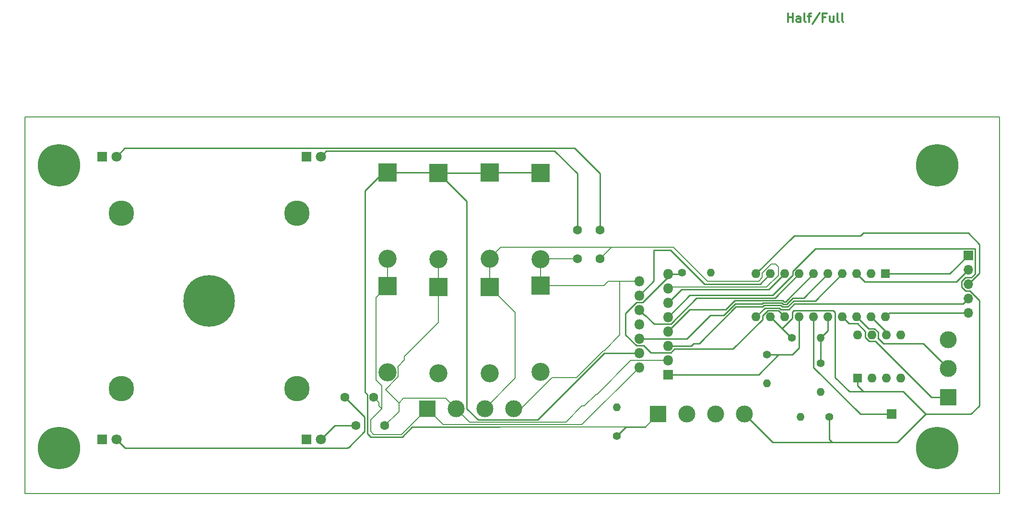
<source format=gtl>
G04 #@! TF.GenerationSoftware,KiCad,Pcbnew,(6.0.11)*
G04 #@! TF.CreationDate,2023-02-08T16:01:18+00:00*
G04 #@! TF.ProjectId,StepperDemoPCB,53746570-7065-4724-9465-6d6f5043422e,rev?*
G04 #@! TF.SameCoordinates,Original*
G04 #@! TF.FileFunction,Copper,L1,Top*
G04 #@! TF.FilePolarity,Positive*
%FSLAX46Y46*%
G04 Gerber Fmt 4.6, Leading zero omitted, Abs format (unit mm)*
G04 Created by KiCad (PCBNEW (6.0.11)) date 2023-02-08 16:01:18*
%MOMM*%
%LPD*%
G01*
G04 APERTURE LIST*
G04 #@! TA.AperFunction,NonConductor*
%ADD10C,0.200000*%
G04 #@! TD*
%ADD11C,0.300000*%
G04 #@! TA.AperFunction,NonConductor*
%ADD12C,0.300000*%
G04 #@! TD*
G04 #@! TA.AperFunction,ComponentPad*
%ADD13C,7.500000*%
G04 #@! TD*
G04 #@! TA.AperFunction,ComponentPad*
%ADD14C,9.100000*%
G04 #@! TD*
G04 #@! TA.AperFunction,ComponentPad*
%ADD15C,4.500000*%
G04 #@! TD*
G04 #@! TA.AperFunction,ComponentPad*
%ADD16C,1.600000*%
G04 #@! TD*
G04 #@! TA.AperFunction,ComponentPad*
%ADD17C,1.400000*%
G04 #@! TD*
G04 #@! TA.AperFunction,ComponentPad*
%ADD18O,1.400000X1.400000*%
G04 #@! TD*
G04 #@! TA.AperFunction,ComponentPad*
%ADD19R,1.800000X1.800000*%
G04 #@! TD*
G04 #@! TA.AperFunction,ComponentPad*
%ADD20C,1.800000*%
G04 #@! TD*
G04 #@! TA.AperFunction,ComponentPad*
%ADD21R,1.700000X1.700000*%
G04 #@! TD*
G04 #@! TA.AperFunction,ComponentPad*
%ADD22O,1.700000X1.700000*%
G04 #@! TD*
G04 #@! TA.AperFunction,ComponentPad*
%ADD23R,3.200000X3.200000*%
G04 #@! TD*
G04 #@! TA.AperFunction,ComponentPad*
%ADD24O,3.200000X3.200000*%
G04 #@! TD*
G04 #@! TA.AperFunction,ComponentPad*
%ADD25R,3.000000X3.000000*%
G04 #@! TD*
G04 #@! TA.AperFunction,ComponentPad*
%ADD26C,3.000000*%
G04 #@! TD*
G04 #@! TA.AperFunction,ComponentPad*
%ADD27R,1.600000X1.600000*%
G04 #@! TD*
G04 #@! TA.AperFunction,ComponentPad*
%ADD28O,1.600000X1.600000*%
G04 #@! TD*
G04 #@! TA.AperFunction,ComponentPad*
%ADD29O,1.800000X1.800000*%
G04 #@! TD*
G04 #@! TA.AperFunction,Conductor*
%ADD30C,0.200000*%
G04 #@! TD*
G04 #@! TA.AperFunction,Conductor*
%ADD31C,0.250000*%
G04 #@! TD*
G04 APERTURE END LIST*
D10*
X34000000Y-102000000D02*
X206000000Y-102000000D01*
X206000000Y-102000000D02*
X206000000Y-35500000D01*
X206000000Y-35500000D02*
X34000000Y-35500000D01*
X34000000Y-35500000D02*
X34000000Y-102000000D01*
D11*
D12*
X168678571Y-18678571D02*
X168678571Y-17178571D01*
X168678571Y-17892857D02*
X169535714Y-17892857D01*
X169535714Y-18678571D02*
X169535714Y-17178571D01*
X170892857Y-18678571D02*
X170892857Y-17892857D01*
X170821428Y-17750000D01*
X170678571Y-17678571D01*
X170392857Y-17678571D01*
X170250000Y-17750000D01*
X170892857Y-18607142D02*
X170750000Y-18678571D01*
X170392857Y-18678571D01*
X170250000Y-18607142D01*
X170178571Y-18464285D01*
X170178571Y-18321428D01*
X170250000Y-18178571D01*
X170392857Y-18107142D01*
X170750000Y-18107142D01*
X170892857Y-18035714D01*
X171821428Y-18678571D02*
X171678571Y-18607142D01*
X171607142Y-18464285D01*
X171607142Y-17178571D01*
X172178571Y-17678571D02*
X172750000Y-17678571D01*
X172392857Y-18678571D02*
X172392857Y-17392857D01*
X172464285Y-17250000D01*
X172607142Y-17178571D01*
X172750000Y-17178571D01*
X174321428Y-17107142D02*
X173035714Y-19035714D01*
X175321428Y-17892857D02*
X174821428Y-17892857D01*
X174821428Y-18678571D02*
X174821428Y-17178571D01*
X175535714Y-17178571D01*
X176750000Y-17678571D02*
X176750000Y-18678571D01*
X176107142Y-17678571D02*
X176107142Y-18464285D01*
X176178571Y-18607142D01*
X176321428Y-18678571D01*
X176535714Y-18678571D01*
X176678571Y-18607142D01*
X176750000Y-18535714D01*
X177678571Y-18678571D02*
X177535714Y-18607142D01*
X177464285Y-18464285D01*
X177464285Y-17178571D01*
X178464285Y-18678571D02*
X178321428Y-18607142D01*
X178250000Y-18464285D01*
X178250000Y-17178571D01*
D13*
X40000000Y-94000000D03*
X40000000Y-44000000D03*
X195000000Y-94000000D03*
X195000000Y-44000000D03*
D14*
X66500000Y-68000000D03*
D15*
X51000000Y-52500000D03*
X82000000Y-52500000D03*
X51000000Y-83500000D03*
X82000000Y-83500000D03*
D16*
X97535000Y-90000000D03*
X92455000Y-90000000D03*
D17*
X169420000Y-74500000D03*
D18*
X174500000Y-74500000D03*
D19*
X47655000Y-92500000D03*
D20*
X50195000Y-92500000D03*
D16*
X135500000Y-60535000D03*
X135500000Y-55455000D03*
D21*
X200525000Y-59950000D03*
D22*
X200525000Y-62490000D03*
X200525000Y-65030000D03*
X200525000Y-67570000D03*
X200525000Y-70110000D03*
D21*
X187000000Y-88000000D03*
D16*
X131500000Y-60500000D03*
X131500000Y-55420000D03*
D17*
X175990000Y-88500000D03*
D18*
X170910000Y-88500000D03*
D23*
X98000000Y-65380000D03*
D24*
X98000000Y-80620000D03*
D23*
X125000000Y-65260000D03*
D24*
X125000000Y-80500000D03*
D25*
X105000000Y-87000000D03*
D26*
X110080000Y-87000000D03*
X115160000Y-87000000D03*
X120240000Y-87000000D03*
D19*
X83670000Y-92500000D03*
D20*
X86210000Y-92500000D03*
D23*
X98000000Y-45260000D03*
D24*
X98000000Y-60500000D03*
D25*
X145760000Y-88000000D03*
D26*
X150840000Y-88000000D03*
X155920000Y-88000000D03*
X161000000Y-88000000D03*
D25*
X197000000Y-85000000D03*
D26*
X197000000Y-79920000D03*
X197000000Y-74840000D03*
D23*
X116000000Y-65500000D03*
D24*
X116000000Y-80740000D03*
D23*
X125000000Y-45380000D03*
D24*
X125000000Y-60620000D03*
D23*
X107000000Y-45380000D03*
D24*
X107000000Y-60620000D03*
D17*
X165000000Y-77500000D03*
D18*
X165000000Y-82580000D03*
D19*
X83670000Y-42500000D03*
D20*
X86210000Y-42500000D03*
D17*
X138500000Y-91840000D03*
D18*
X138500000Y-86760000D03*
D17*
X150000000Y-63000000D03*
D18*
X155080000Y-63000000D03*
D27*
X185925000Y-63200000D03*
D28*
X183385000Y-63200000D03*
X180845000Y-63200000D03*
X178305000Y-63200000D03*
X175765000Y-63200000D03*
X173225000Y-63200000D03*
X170685000Y-63200000D03*
X168145000Y-63200000D03*
X165605000Y-63200000D03*
X163065000Y-63200000D03*
X163065000Y-70820000D03*
X165605000Y-70820000D03*
X168145000Y-70820000D03*
X170685000Y-70820000D03*
X173225000Y-70820000D03*
X175765000Y-70820000D03*
X178305000Y-70820000D03*
X180845000Y-70820000D03*
X183385000Y-70820000D03*
X185925000Y-70820000D03*
X180960000Y-74000000D03*
X183500000Y-74000000D03*
X186040000Y-74000000D03*
X188580000Y-74000000D03*
X188580000Y-81620000D03*
X186040000Y-81620000D03*
X183500000Y-81620000D03*
D27*
X180960000Y-81620000D03*
D23*
X107000000Y-65500000D03*
D24*
X107000000Y-80740000D03*
D23*
X116000000Y-45260000D03*
D24*
X116000000Y-60500000D03*
D17*
X174500000Y-79000000D03*
D18*
X174500000Y-84080000D03*
D19*
X47605000Y-42500000D03*
D20*
X50145000Y-42500000D03*
D16*
X90455000Y-85000000D03*
X95535000Y-85000000D03*
D19*
X147500000Y-81000000D03*
D29*
X142420000Y-79730000D03*
X147500000Y-78460000D03*
X142420000Y-77190000D03*
X147500000Y-75920000D03*
X142420000Y-74650000D03*
X147500000Y-73380000D03*
X142420000Y-72110000D03*
X147500000Y-70840000D03*
X142420000Y-69570000D03*
X147500000Y-68300000D03*
X142420000Y-67030000D03*
X147500000Y-65760000D03*
X142420000Y-64490000D03*
X147500000Y-63220000D03*
D30*
X96500000Y-85965000D02*
X95535000Y-85000000D01*
X96500000Y-86500000D02*
X96500000Y-85965000D01*
X97000000Y-87000000D02*
X96500000Y-86500000D01*
D31*
X93960000Y-91040000D02*
X93960000Y-88505000D01*
X91125000Y-93875000D02*
X93960000Y-91040000D01*
X90854009Y-94000000D02*
X90979009Y-93875000D01*
X93960000Y-88505000D02*
X90455000Y-85000000D01*
X51695000Y-94000000D02*
X90854009Y-94000000D01*
X50195000Y-92500000D02*
X51695000Y-94000000D01*
X90979009Y-93875000D02*
X91125000Y-93875000D01*
X166000000Y-93000000D02*
X177000000Y-93000000D01*
X161000000Y-88000000D02*
X166000000Y-93000000D01*
X177000000Y-93000000D02*
X188000000Y-93000000D01*
X176500000Y-93000000D02*
X177000000Y-93000000D01*
X188000000Y-93000000D02*
X193000000Y-88000000D01*
X176000000Y-92500000D02*
X176500000Y-93000000D01*
X176000000Y-88510000D02*
X176000000Y-92500000D01*
X175990000Y-88500000D02*
X176000000Y-88510000D01*
X173225000Y-79725000D02*
X181500000Y-88000000D01*
X173225000Y-70820000D02*
X173225000Y-79725000D01*
X181500000Y-88000000D02*
X187000000Y-88000000D01*
X193000000Y-88000000D02*
X201000000Y-88000000D01*
X182000000Y-84000000D02*
X189000000Y-84000000D01*
X189000000Y-84000000D02*
X193000000Y-88000000D01*
X102351041Y-90250000D02*
X117775000Y-90250000D01*
X100601041Y-92000000D02*
X102351041Y-90250000D01*
X95000000Y-92000000D02*
X100601041Y-92000000D01*
X94410000Y-91410000D02*
X95000000Y-92000000D01*
X94000000Y-84124009D02*
X94410000Y-84534009D01*
X94410000Y-84534009D02*
X94410000Y-91410000D01*
X94000000Y-48500000D02*
X94000000Y-84124009D01*
X98000000Y-45260000D02*
X97240000Y-45260000D01*
X97240000Y-45260000D02*
X94000000Y-48500000D01*
X202500000Y-86500000D02*
X201000000Y-88000000D01*
X202500000Y-67883299D02*
X202500000Y-86500000D01*
X200821701Y-66205000D02*
X202500000Y-67883299D01*
X200038299Y-66205000D02*
X200821701Y-66205000D01*
X199350000Y-65516701D02*
X200038299Y-66205000D01*
X199350000Y-64543299D02*
X199350000Y-65516701D01*
X200038299Y-63855000D02*
X199350000Y-64543299D01*
X201063604Y-63855000D02*
X200038299Y-63855000D01*
X201709302Y-63209302D02*
X201063604Y-63855000D01*
X201709302Y-58784302D02*
X201709302Y-63209302D01*
X201700000Y-58775000D02*
X201709302Y-58784302D01*
X173519009Y-58775000D02*
X201700000Y-58775000D01*
X169560000Y-62734009D02*
X173519009Y-58775000D01*
X169560000Y-63440000D02*
X169560000Y-62734009D01*
X147500000Y-70840000D02*
X151345000Y-66995000D01*
X166005000Y-66995000D02*
X169560000Y-63440000D01*
X151345000Y-66995000D02*
X166005000Y-66995000D01*
X86210000Y-92500000D02*
X88710000Y-90000000D01*
X88710000Y-90000000D02*
X92455000Y-90000000D01*
D30*
X100800000Y-85200000D02*
X108280000Y-85200000D01*
X100000000Y-86000000D02*
X100800000Y-85200000D01*
X108280000Y-85200000D02*
X110080000Y-87000000D01*
X100000000Y-87535000D02*
X100000000Y-86000000D01*
X97535000Y-90000000D02*
X100000000Y-87535000D01*
X98000000Y-84000000D02*
X100000000Y-86000000D01*
X97653503Y-83653503D02*
X98000000Y-84000000D01*
X97000000Y-87000000D02*
X97000000Y-85000000D01*
X97000000Y-85000000D02*
X97000000Y-83000000D01*
X96000000Y-67380000D02*
X98000000Y-65380000D01*
X97000000Y-83000000D02*
X96000000Y-82000000D01*
X95000000Y-91000000D02*
X95000000Y-89000000D01*
X95000000Y-89000000D02*
X97000000Y-87000000D01*
X96000000Y-82000000D02*
X96000000Y-67380000D01*
X95575000Y-91575000D02*
X95000000Y-91000000D01*
X100425000Y-91575000D02*
X95575000Y-91575000D01*
X105000000Y-87000000D02*
X100425000Y-91575000D01*
X99900000Y-79832994D02*
X99900000Y-81407006D01*
X99900000Y-81407006D02*
X97653503Y-83653503D01*
X99750660Y-79683654D02*
X99900000Y-79832994D01*
X101000000Y-78434314D02*
X99750660Y-79683654D01*
X107000000Y-71840000D02*
X101000000Y-77840000D01*
X101000000Y-77840000D02*
X101000000Y-78434314D01*
X107000000Y-65500000D02*
X107000000Y-71840000D01*
X117775000Y-90225000D02*
X143535000Y-90225000D01*
D31*
X136310000Y-77190000D02*
X124500000Y-89000000D01*
X112000000Y-87000000D02*
X112000000Y-50380000D01*
X114000000Y-89000000D02*
X112000000Y-87000000D01*
X116000000Y-45260000D02*
X124880000Y-45260000D01*
X124500000Y-89000000D02*
X114000000Y-89000000D01*
X112000000Y-50380000D02*
X107000000Y-45380000D01*
X106880000Y-45260000D02*
X107000000Y-45380000D01*
D30*
X143535000Y-90225000D02*
X145760000Y-88000000D01*
D31*
X138500000Y-91840000D02*
X140115000Y-90225000D01*
X140115000Y-90225000D02*
X143535000Y-90225000D01*
X115880000Y-45380000D02*
X116000000Y-45260000D01*
X98000000Y-45260000D02*
X106880000Y-45260000D01*
X142420000Y-77190000D02*
X136310000Y-77190000D01*
X124880000Y-45260000D02*
X125000000Y-45380000D01*
X107000000Y-45380000D02*
X115880000Y-45380000D01*
X169285000Y-74500000D02*
X169420000Y-74500000D01*
X169755000Y-69695000D02*
X176695000Y-69695000D01*
X180960000Y-82960000D02*
X182000000Y-84000000D01*
X165605000Y-70820000D02*
X167642500Y-72857500D01*
X167642500Y-72857500D02*
X169285000Y-74500000D01*
X176695000Y-69695000D02*
X177000000Y-70000000D01*
X167698491Y-72857500D02*
X169500000Y-71055991D01*
X177000000Y-81500000D02*
X179500000Y-84000000D01*
X180960000Y-81620000D02*
X180960000Y-82960000D01*
X169500000Y-71055991D02*
X169500000Y-69950000D01*
X169500000Y-69950000D02*
X169755000Y-69695000D01*
X179500000Y-84000000D02*
X182000000Y-84000000D01*
X177000000Y-70000000D02*
X177000000Y-81500000D01*
X167642500Y-72857500D02*
X167698491Y-72857500D01*
X174500000Y-74500000D02*
X175765000Y-73235000D01*
X175765000Y-73235000D02*
X175765000Y-70820000D01*
X174500000Y-74500000D02*
X174500000Y-79000000D01*
X167000000Y-77500000D02*
X163500000Y-81000000D01*
X170685000Y-70820000D02*
X170685000Y-76315000D01*
X165000000Y-77500000D02*
X167000000Y-77500000D01*
X169500000Y-77500000D02*
X167000000Y-77500000D01*
X170685000Y-76315000D02*
X169500000Y-77500000D01*
X163500000Y-81000000D02*
X147500000Y-81000000D01*
X143182588Y-75875000D02*
X141912588Y-75875000D01*
X167020000Y-69695000D02*
X165139009Y-69695000D01*
X168145000Y-70820000D02*
X167020000Y-69695000D01*
X158975991Y-76500000D02*
X148652412Y-76500000D01*
X164190000Y-71285991D02*
X158975991Y-76500000D01*
X148007412Y-77145000D02*
X144452588Y-77145000D01*
X141912588Y-75875000D02*
X140000000Y-73962412D01*
X148652412Y-76500000D02*
X148007412Y-77145000D01*
X144452588Y-77145000D02*
X143182588Y-75875000D01*
X140000000Y-73962412D02*
X140000000Y-70167588D01*
X164190000Y-70644009D02*
X164190000Y-71285991D01*
X149780000Y-63220000D02*
X150000000Y-63000000D01*
X165139009Y-69695000D02*
X164190000Y-70644009D01*
X147500000Y-63780000D02*
X147500000Y-63220000D01*
X141912588Y-68255000D02*
X143025000Y-68255000D01*
X143025000Y-68255000D02*
X147500000Y-63780000D01*
X147500000Y-63220000D02*
X149780000Y-63220000D01*
X140000000Y-70167588D02*
X141912588Y-68255000D01*
X164267208Y-68345000D02*
X164112208Y-68500000D01*
X167579188Y-68345000D02*
X164267208Y-68345000D01*
X157363604Y-70500000D02*
X155000000Y-70500000D01*
X171465000Y-67500000D02*
X169561396Y-67500000D01*
X155000000Y-70500000D02*
X150850000Y-74650000D01*
X168461396Y-68600000D02*
X167834188Y-68600000D01*
X167834188Y-68600000D02*
X167579188Y-68345000D01*
X159363604Y-68500000D02*
X157363604Y-70500000D01*
X169561396Y-67500000D02*
X168461396Y-68600000D01*
X175765000Y-63200000D02*
X171465000Y-67500000D01*
X164112208Y-68500000D02*
X159363604Y-68500000D01*
X150850000Y-74650000D02*
X142420000Y-74650000D01*
X168145000Y-63200000D02*
X165345000Y-66000000D01*
X149863604Y-66000000D02*
X147563604Y-68300000D01*
X165345000Y-66000000D02*
X149863604Y-66000000D01*
X147563604Y-68300000D02*
X147500000Y-68300000D01*
X183385000Y-70820000D02*
X186040000Y-73475000D01*
X186040000Y-73475000D02*
X186040000Y-74000000D01*
D30*
X135000000Y-84500000D02*
X134800520Y-84500000D01*
X140970000Y-78530000D02*
X135000000Y-84500000D01*
X132740520Y-86560000D02*
X132334314Y-86560000D01*
X147500000Y-78460000D02*
X145040000Y-78460000D01*
X134800520Y-84500000D02*
X132740520Y-86560000D01*
X145040000Y-78460000D02*
X144970000Y-78530000D01*
X112505000Y-89425000D02*
X110080000Y-87000000D01*
X129469314Y-89425000D02*
X112505000Y-89425000D01*
X107000000Y-60620000D02*
X107000000Y-65500000D01*
X144970000Y-78530000D02*
X140970000Y-78530000D01*
X132334314Y-86560000D02*
X129469314Y-89425000D01*
X132325000Y-89825000D02*
X142420000Y-79730000D01*
X107825000Y-89825000D02*
X132325000Y-89825000D01*
X98000000Y-65380000D02*
X98000000Y-60500000D01*
X105000000Y-87000000D02*
X107825000Y-89825000D01*
X121650000Y-86998960D02*
X127073960Y-81575000D01*
X142420000Y-64490000D02*
X139010000Y-64490000D01*
X139010000Y-64490000D02*
X136990000Y-64490000D01*
X125000000Y-60620000D02*
X125000000Y-65260000D01*
X121650000Y-87000000D02*
X121650000Y-86998960D01*
X131500000Y-60500000D02*
X125120000Y-60500000D01*
X125120000Y-60500000D02*
X125000000Y-60620000D01*
X127073960Y-81575000D02*
X131323960Y-81575000D01*
X136990000Y-64490000D02*
X136220000Y-65260000D01*
X120240000Y-87000000D02*
X121650000Y-87000000D01*
X136235000Y-76765000D02*
X139010000Y-73990000D01*
X136220000Y-65260000D02*
X125000000Y-65260000D01*
X131323960Y-81575000D02*
X136133960Y-76765000D01*
X139010000Y-73990000D02*
X139010000Y-64490000D01*
X136133960Y-76765000D02*
X136235000Y-76765000D01*
X120500000Y-81660000D02*
X120500000Y-70000000D01*
X163500000Y-64500000D02*
X154500000Y-64500000D01*
X147500000Y-65760000D02*
X147685000Y-65575000D01*
X164925000Y-65575000D02*
X167000000Y-63500000D01*
X138500000Y-58500000D02*
X137535000Y-58500000D01*
X164165000Y-63084365D02*
X164165000Y-63835000D01*
X138500000Y-58500000D02*
X118000000Y-58500000D01*
X166500000Y-61500000D02*
X165749365Y-61500000D01*
X147685000Y-65575000D02*
X164925000Y-65575000D01*
X137535000Y-58500000D02*
X135500000Y-60535000D01*
X154500000Y-64500000D02*
X148500000Y-58500000D01*
X165749365Y-61500000D02*
X164165000Y-63084365D01*
X164165000Y-63835000D02*
X163500000Y-64500000D01*
X148500000Y-58500000D02*
X138500000Y-58500000D01*
X115160000Y-87000000D02*
X120500000Y-81660000D01*
X120500000Y-70000000D02*
X116000000Y-65500000D01*
X118000000Y-58500000D02*
X116000000Y-60500000D01*
X116000000Y-60500000D02*
X116000000Y-65500000D01*
X167000000Y-63500000D02*
X167000000Y-62000000D01*
X167000000Y-62000000D02*
X166500000Y-61500000D01*
D31*
X197275000Y-63200000D02*
X200525000Y-59950000D01*
X185925000Y-63200000D02*
X197275000Y-63200000D01*
X182225000Y-64580000D02*
X180845000Y-63200000D01*
X198435000Y-64580000D02*
X182225000Y-64580000D01*
X200525000Y-62490000D02*
X198435000Y-64580000D01*
X202500000Y-63055000D02*
X202500000Y-58000000D01*
X181500000Y-56500000D02*
X169765000Y-56500000D01*
X169765000Y-56500000D02*
X163065000Y-63200000D01*
X200500000Y-56000000D02*
X182000000Y-56000000D01*
X200525000Y-65030000D02*
X202500000Y-63055000D01*
X202500000Y-58000000D02*
X200500000Y-56000000D01*
X182000000Y-56000000D02*
X181500000Y-56500000D01*
X167206396Y-69245000D02*
X164640000Y-69245000D01*
X199595000Y-68500000D02*
X169834188Y-68500000D01*
X167461396Y-69500000D02*
X167206396Y-69245000D01*
X169834188Y-68500000D02*
X168834188Y-69500000D01*
X164640000Y-69245000D02*
X163065000Y-70820000D01*
X168834188Y-69500000D02*
X167461396Y-69500000D01*
X200525000Y-67570000D02*
X199595000Y-68500000D01*
X200525000Y-70110000D02*
X186635000Y-70110000D01*
X186635000Y-70110000D02*
X185925000Y-70820000D01*
X183034009Y-75125000D02*
X184117500Y-75125000D01*
X179430000Y-71945000D02*
X180937500Y-71945000D01*
X178305000Y-70820000D02*
X179430000Y-71945000D01*
X182375000Y-74465991D02*
X183034009Y-75125000D01*
X182375000Y-73382500D02*
X182375000Y-74465991D01*
X193992500Y-85000000D02*
X197000000Y-85000000D01*
X184117500Y-75125000D02*
X193992500Y-85000000D01*
X180937500Y-71945000D02*
X182375000Y-73382500D01*
X185525000Y-75500000D02*
X192580000Y-75500000D01*
X192580000Y-75500000D02*
X197000000Y-79920000D01*
X183965991Y-72875000D02*
X183034009Y-72875000D01*
X184625000Y-74465991D02*
X184625000Y-73534009D01*
X183034009Y-72875000D02*
X182967004Y-72942004D01*
X185525000Y-75500000D02*
X184557995Y-74532995D01*
X182967004Y-72942004D02*
X180845000Y-70820000D01*
X184625000Y-73534009D02*
X183965991Y-72875000D01*
X184557995Y-74532995D02*
X184625000Y-74465991D01*
X131000000Y-41000000D02*
X51645000Y-41000000D01*
X51645000Y-41000000D02*
X50145000Y-42500000D01*
X135500000Y-45500000D02*
X131000000Y-41000000D01*
X135500000Y-55455000D02*
X135500000Y-45500000D01*
X131500000Y-45500000D02*
X127500000Y-41500000D01*
X127500000Y-41500000D02*
X87210000Y-41500000D01*
X131500000Y-55420000D02*
X131500000Y-45500000D01*
X87210000Y-41500000D02*
X86210000Y-42500000D01*
X167647792Y-69050000D02*
X167392792Y-68795000D01*
X173505000Y-68000000D02*
X169697792Y-68000000D01*
X159500000Y-69000000D02*
X153000000Y-75500000D01*
X152000000Y-75500000D02*
X151580000Y-75920000D01*
X164248604Y-69000000D02*
X159500000Y-69000000D01*
X164453604Y-68795000D02*
X164248604Y-69000000D01*
X169697792Y-68000000D02*
X168647792Y-69050000D01*
X151580000Y-75920000D02*
X147500000Y-75920000D01*
X153000000Y-75500000D02*
X152000000Y-75500000D01*
X168647792Y-69050000D02*
X167647792Y-69050000D01*
X167392792Y-68795000D02*
X164453604Y-68795000D01*
X178305000Y-63200000D02*
X173505000Y-68000000D01*
X147500000Y-73363604D02*
X147500000Y-73380000D01*
X168275000Y-68150000D02*
X168020584Y-68150000D01*
X157727208Y-69500000D02*
X151363604Y-69500000D01*
X159332208Y-67895000D02*
X157727208Y-69500000D01*
X168020584Y-68150000D02*
X167765584Y-67895000D01*
X151363604Y-69500000D02*
X147500000Y-73363604D01*
X167765584Y-67895000D02*
X159332208Y-67895000D01*
X173225000Y-63200000D02*
X168275000Y-68150000D01*
X148007412Y-72065000D02*
X145065000Y-72065000D01*
X143500000Y-70500000D02*
X143350000Y-70500000D01*
X145065000Y-72065000D02*
X143500000Y-70500000D01*
X143350000Y-70500000D02*
X142420000Y-69570000D01*
X159145812Y-67445000D02*
X159090812Y-67500000D01*
X166440000Y-67445000D02*
X159145812Y-67445000D01*
X159090812Y-67500000D02*
X152572412Y-67500000D01*
X142570000Y-69570000D02*
X142420000Y-69570000D01*
X152572412Y-67500000D02*
X148007412Y-72065000D01*
X170685000Y-63200000D02*
X166440000Y-67445000D01*
X148000000Y-59000000D02*
X145000000Y-59000000D01*
X163805000Y-65000000D02*
X154000000Y-65000000D01*
X145000000Y-64450000D02*
X142420000Y-67030000D01*
X145000000Y-59000000D02*
X145000000Y-64450000D01*
X154000000Y-65000000D02*
X148000000Y-59000000D01*
X165605000Y-63200000D02*
X163805000Y-65000000D01*
M02*

</source>
